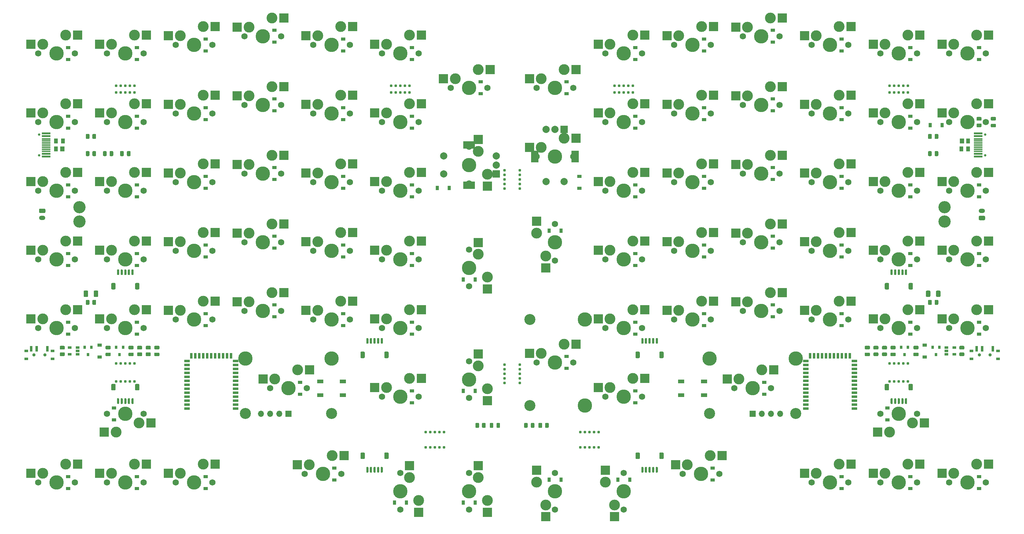
<source format=gbs>
G04 #@! TF.GenerationSoftware,KiCad,Pcbnew,(5.1.10-1-10_14)*
G04 #@! TF.CreationDate,2021-09-12T14:18:21+10:00*
G04 #@! TF.ProjectId,pcb,7063622e-6b69-4636-9164-5f7063625858,rev?*
G04 #@! TF.SameCoordinates,Original*
G04 #@! TF.FileFunction,Soldermask,Bot*
G04 #@! TF.FilePolarity,Negative*
%FSLAX46Y46*%
G04 Gerber Fmt 4.6, Leading zero omitted, Abs format (unit mm)*
G04 Created by KiCad (PCBNEW (5.1.10-1-10_14)) date 2021-09-12 14:18:21*
%MOMM*%
%LPD*%
G01*
G04 APERTURE LIST*
%ADD10O,3.400000X3.400000*%
%ADD11C,3.000000*%
%ADD12C,3.987800*%
%ADD13C,1.750000*%
%ADD14R,2.500000X2.550000*%
%ADD15R,1.700000X1.000000*%
%ADD16R,2.550000X2.500000*%
%ADD17C,3.048000*%
%ADD18R,1.524000X0.700000*%
%ADD19R,0.700000X1.524000*%
%ADD20O,1.750000X1.200000*%
%ADD21O,1.700000X1.700000*%
%ADD22R,1.700000X1.700000*%
%ADD23C,0.787400*%
%ADD24R,1.200000X0.900000*%
%ADD25C,2.000000*%
%ADD26R,2.000000X3.200000*%
%ADD27R,2.000000X2.000000*%
%ADD28R,3.200000X2.000000*%
%ADD29R,2.450000X0.600000*%
%ADD30R,2.450000X0.300000*%
%ADD31C,0.650000*%
%ADD32R,0.800000X0.900000*%
%ADD33R,1.060000X0.650000*%
%ADD34R,1.000000X0.800000*%
%ADD35R,0.700000X1.500000*%
%ADD36C,0.900000*%
%ADD37R,0.900000X1.200000*%
%ADD38R,1.000000X1.400000*%
%ADD39R,1.200000X1.400000*%
G04 APERTURE END LIST*
D10*
X246062500Y-46656250D03*
X246062500Y-42656250D03*
X6350000Y-42656250D03*
X6350000Y-46656250D03*
D11*
X119380000Y-93027500D03*
D12*
X114300000Y-90487500D03*
D11*
X116840000Y-86677500D03*
D13*
X114300000Y-85407500D03*
X114300000Y-95567500D03*
D14*
X116840000Y-83402500D03*
X119380000Y-96329500D03*
D15*
X79350000Y-90968750D03*
X73050000Y-90968750D03*
X79350000Y-94768750D03*
X73050000Y-94768750D03*
D16*
X5842000Y-113982500D03*
X-7085000Y-116522500D03*
D13*
X5080000Y-119062500D03*
X-5080000Y-119062500D03*
D11*
X-3810000Y-116522500D03*
D12*
X0Y-119062500D03*
D11*
X2540000Y-113982500D03*
D16*
X163004500Y-52070000D03*
X150077500Y-54610000D03*
D13*
X162242500Y-57150000D03*
X152082500Y-57150000D03*
D11*
X153352500Y-54610000D03*
D12*
X157162500Y-57150000D03*
D11*
X159702500Y-52070000D03*
X140652500Y-80645000D03*
D12*
X138112500Y-85725000D03*
D11*
X134302500Y-83185000D03*
D13*
X133032500Y-85725000D03*
X143192500Y-85725000D03*
D16*
X131027500Y-83185000D03*
X143954500Y-80645000D03*
D17*
X131127500Y-73787000D03*
D12*
X146367500Y-73787000D03*
X146367500Y-97663000D03*
D17*
X131127500Y-97663000D03*
D18*
X221062500Y-98568750D03*
X221062500Y-97468750D03*
X221062500Y-96368750D03*
X221062500Y-95268750D03*
X221062500Y-94168750D03*
X221062500Y-93068750D03*
X221062500Y-91968750D03*
X221062500Y-90868750D03*
X221062500Y-89768750D03*
X221062500Y-88668750D03*
X221062500Y-87568750D03*
X221062500Y-86468750D03*
X221062500Y-85368750D03*
D19*
X219812500Y-83868750D03*
X218712500Y-83868750D03*
X217612500Y-83868750D03*
X216512500Y-83868750D03*
X215412500Y-83868750D03*
X214312500Y-83868750D03*
X213212500Y-83868750D03*
X212112500Y-83868750D03*
X211012500Y-83868750D03*
X209912500Y-83868750D03*
X208812500Y-83868750D03*
D18*
X207562500Y-85368750D03*
X207562500Y-86468750D03*
X207562500Y-87568750D03*
X207562500Y-88668750D03*
X207562500Y-89768750D03*
X207562500Y-90868750D03*
X207562500Y-91968750D03*
X207562500Y-93068750D03*
X207562500Y-94168750D03*
X207562500Y-95268750D03*
X207562500Y-96368750D03*
X207562500Y-97468750D03*
X207562500Y-98568750D03*
D16*
X43942000Y-68738750D03*
X31015000Y-71278750D03*
D13*
X43180000Y-73818750D03*
X33020000Y-73818750D03*
D11*
X34290000Y-71278750D03*
D12*
X38100000Y-73818750D03*
D11*
X40640000Y-68738750D03*
D20*
X256381250Y-43656250D03*
G36*
G01*
X257006251Y-46256250D02*
X255756249Y-46256250D01*
G75*
G02*
X255506250Y-46006251I0J249999D01*
G01*
X255506250Y-45306249D01*
G75*
G02*
X255756249Y-45056250I249999J0D01*
G01*
X257006251Y-45056250D01*
G75*
G02*
X257256250Y-45306249I0J-249999D01*
G01*
X257256250Y-46006251D01*
G75*
G02*
X257006251Y-46256250I-249999J0D01*
G01*
G37*
X-3968750Y-45656250D03*
G36*
G01*
X-4593751Y-43056250D02*
X-3343749Y-43056250D01*
G75*
G02*
X-3093750Y-43306249I0J-249999D01*
G01*
X-3093750Y-44006251D01*
G75*
G02*
X-3343749Y-44256250I-249999J0D01*
G01*
X-4593751Y-44256250D01*
G75*
G02*
X-4843750Y-44006251I0J249999D01*
G01*
X-4843750Y-43306249D01*
G75*
G02*
X-4593751Y-43056250I249999J0D01*
G01*
G37*
D21*
X200501250Y-100012500D03*
X197961250Y-100012500D03*
X195421250Y-100012500D03*
D22*
X192881250Y-100012500D03*
D23*
X97790000Y-8985250D03*
X96520000Y-8985250D03*
X92710000Y-8985250D03*
X93980000Y-8985250D03*
X95250000Y-8985250D03*
X92710000Y-10858500D03*
X93980000Y-10858500D03*
X97790000Y-10858500D03*
X96520000Y-10858500D03*
X95250000Y-10858500D03*
D16*
X5842000Y5080000D03*
X-7085000Y2540000D03*
D13*
X5080000Y0D03*
X-5080000Y0D03*
D11*
X-3810000Y2540000D03*
D12*
X0Y0D03*
D11*
X2540000Y5080000D03*
D23*
X19050000Y-8985250D03*
X17780000Y-8985250D03*
X16510000Y-8985250D03*
X20320000Y-8985250D03*
X21590000Y-8985250D03*
D16*
X24892000Y-13970000D03*
X11965000Y-16510000D03*
D13*
X24130000Y-19050000D03*
X13970000Y-19050000D03*
D11*
X15240000Y-16510000D03*
D12*
X19050000Y-19050000D03*
D11*
X21590000Y-13970000D03*
D16*
X182054500Y7461250D03*
X169127500Y4921250D03*
D13*
X181292500Y2381250D03*
X171132500Y2381250D03*
D11*
X172402500Y4921250D03*
D12*
X176212500Y2381250D03*
D11*
X178752500Y7461250D03*
D23*
X233362500Y-10858500D03*
X234632500Y-10858500D03*
X235902500Y-10858500D03*
X232092500Y-10858500D03*
X230822500Y-10858500D03*
D16*
X220154500Y-68738750D03*
X207227500Y-71278750D03*
D13*
X219392500Y-73818750D03*
X209232500Y-73818750D03*
D11*
X210502500Y-71278750D03*
D12*
X214312500Y-73818750D03*
D11*
X216852500Y-68738750D03*
D16*
X258254500Y-71120000D03*
X245327500Y-73660000D03*
D13*
X257492500Y-76200000D03*
X247332500Y-76200000D03*
D11*
X248602500Y-73660000D03*
D12*
X252412500Y-76200000D03*
D11*
X254952500Y-71120000D03*
D24*
X11906250Y-80900000D03*
X11906250Y-84200000D03*
D18*
X49612500Y-98568750D03*
X49612500Y-97468750D03*
X49612500Y-96368750D03*
X49612500Y-95268750D03*
X49612500Y-94168750D03*
X49612500Y-93068750D03*
X49612500Y-91968750D03*
X49612500Y-90868750D03*
X49612500Y-89768750D03*
X49612500Y-88668750D03*
X49612500Y-87568750D03*
X49612500Y-86468750D03*
X49612500Y-85368750D03*
D19*
X48362500Y-83868750D03*
X47262500Y-83868750D03*
X46162500Y-83868750D03*
X45062500Y-83868750D03*
X43962500Y-83868750D03*
X42862500Y-83868750D03*
X41762500Y-83868750D03*
X40662500Y-83868750D03*
X39562500Y-83868750D03*
X38462500Y-83868750D03*
X37362500Y-83868750D03*
D18*
X36112500Y-85368750D03*
X36112500Y-86468750D03*
X36112500Y-87568750D03*
X36112500Y-88668750D03*
X36112500Y-89768750D03*
X36112500Y-90868750D03*
X36112500Y-91968750D03*
X36112500Y-93068750D03*
X36112500Y-94168750D03*
X36112500Y-95268750D03*
X36112500Y-96368750D03*
X36112500Y-97468750D03*
X36112500Y-98568750D03*
D16*
X227520500Y-105092500D03*
X240447500Y-102552500D03*
D13*
X228282500Y-100012500D03*
X238442500Y-100012500D03*
D11*
X237172500Y-102552500D03*
D12*
X233362500Y-100012500D03*
D11*
X230822500Y-105092500D03*
D16*
X220154500Y-113982500D03*
X207227500Y-116522500D03*
D13*
X219392500Y-119062500D03*
X209232500Y-119062500D03*
D11*
X210502500Y-116522500D03*
D12*
X214312500Y-119062500D03*
D11*
X216852500Y-113982500D03*
D16*
X258254500Y-113982500D03*
X245327500Y-116522500D03*
D13*
X257492500Y-119062500D03*
X247332500Y-119062500D03*
D11*
X248602500Y-116522500D03*
D12*
X252412500Y-119062500D03*
D11*
X254952500Y-113982500D03*
D23*
X19050000Y-85979000D03*
X17780000Y-85979000D03*
X16510000Y-85979000D03*
X20320000Y-85979000D03*
X21590000Y-85979000D03*
X19050000Y-91027250D03*
X20320000Y-91027250D03*
X21590000Y-91027250D03*
X17780000Y-91027250D03*
X16510000Y-91027250D03*
G36*
G01*
X229843751Y-82150000D02*
X228943749Y-82150000D01*
G75*
G02*
X228693750Y-81900001I0J249999D01*
G01*
X228693750Y-81374999D01*
G75*
G02*
X228943749Y-81125000I249999J0D01*
G01*
X229843751Y-81125000D01*
G75*
G02*
X230093750Y-81374999I0J-249999D01*
G01*
X230093750Y-81900001D01*
G75*
G02*
X229843751Y-82150000I-249999J0D01*
G01*
G37*
G36*
G01*
X229843751Y-83975000D02*
X228943749Y-83975000D01*
G75*
G02*
X228693750Y-83725001I0J249999D01*
G01*
X228693750Y-83199999D01*
G75*
G02*
X228943749Y-82950000I249999J0D01*
G01*
X229843751Y-82950000D01*
G75*
G02*
X230093750Y-83199999I0J-249999D01*
G01*
X230093750Y-83725001D01*
G75*
G02*
X229843751Y-83975000I-249999J0D01*
G01*
G37*
G36*
G01*
X251275001Y-82150000D02*
X250374999Y-82150000D01*
G75*
G02*
X250125000Y-81900001I0J249999D01*
G01*
X250125000Y-81374999D01*
G75*
G02*
X250374999Y-81125000I249999J0D01*
G01*
X251275001Y-81125000D01*
G75*
G02*
X251525000Y-81374999I0J-249999D01*
G01*
X251525000Y-81900001D01*
G75*
G02*
X251275001Y-82150000I-249999J0D01*
G01*
G37*
G36*
G01*
X251275001Y-83975000D02*
X250374999Y-83975000D01*
G75*
G02*
X250125000Y-83725001I0J249999D01*
G01*
X250125000Y-83199999D01*
G75*
G02*
X250374999Y-82950000I249999J0D01*
G01*
X251275001Y-82950000D01*
G75*
G02*
X251525000Y-83199999I0J-249999D01*
G01*
X251525000Y-83725001D01*
G75*
G02*
X251275001Y-83975000I-249999J0D01*
G01*
G37*
X233362500Y-85979000D03*
X232092500Y-85979000D03*
X230822500Y-85979000D03*
X234632500Y-85979000D03*
X235902500Y-85979000D03*
X233362500Y-91027250D03*
X234632500Y-91027250D03*
X235902500Y-91027250D03*
X232092500Y-91027250D03*
X230822500Y-91027250D03*
D25*
X135612500Y-35575000D03*
X140612500Y-35575000D03*
D26*
X132512500Y-28575000D03*
X143712500Y-28575000D03*
D25*
X135612500Y-21075000D03*
X138112500Y-21075000D03*
D27*
X140612500Y-21075000D03*
D25*
X107300000Y-28456250D03*
X107300000Y-33456250D03*
D28*
X114300000Y-25356250D03*
X114300000Y-36556250D03*
D25*
X121800000Y-28456250D03*
X121800000Y-30956250D03*
D27*
X121800000Y-33456250D03*
G36*
G01*
X161606250Y-82981249D02*
X161606250Y-84281251D01*
G75*
G02*
X161356251Y-84531250I-249999J0D01*
G01*
X160656249Y-84531250D01*
G75*
G02*
X160406250Y-84281251I0J249999D01*
G01*
X160406250Y-82981249D01*
G75*
G02*
X160656249Y-82731250I249999J0D01*
G01*
X161356251Y-82731250D01*
G75*
G02*
X161606250Y-82981249I0J-249999D01*
G01*
G37*
G36*
G01*
X168206250Y-82981249D02*
X168206250Y-84281251D01*
G75*
G02*
X167956251Y-84531250I-249999J0D01*
G01*
X167256249Y-84531250D01*
G75*
G02*
X167006250Y-84281251I0J249999D01*
G01*
X167006250Y-82981249D01*
G75*
G02*
X167256249Y-82731250I249999J0D01*
G01*
X167956251Y-82731250D01*
G75*
G02*
X168206250Y-82981249I0J-249999D01*
G01*
G37*
G36*
G01*
X162606250Y-79131250D02*
X162606250Y-80381250D01*
G75*
G02*
X162456250Y-80531250I-150000J0D01*
G01*
X162156250Y-80531250D01*
G75*
G02*
X162006250Y-80381250I0J150000D01*
G01*
X162006250Y-79131250D01*
G75*
G02*
X162156250Y-78981250I150000J0D01*
G01*
X162456250Y-78981250D01*
G75*
G02*
X162606250Y-79131250I0J-150000D01*
G01*
G37*
G36*
G01*
X163606250Y-79131250D02*
X163606250Y-80381250D01*
G75*
G02*
X163456250Y-80531250I-150000J0D01*
G01*
X163156250Y-80531250D01*
G75*
G02*
X163006250Y-80381250I0J150000D01*
G01*
X163006250Y-79131250D01*
G75*
G02*
X163156250Y-78981250I150000J0D01*
G01*
X163456250Y-78981250D01*
G75*
G02*
X163606250Y-79131250I0J-150000D01*
G01*
G37*
G36*
G01*
X164606250Y-79131250D02*
X164606250Y-80381250D01*
G75*
G02*
X164456250Y-80531250I-150000J0D01*
G01*
X164156250Y-80531250D01*
G75*
G02*
X164006250Y-80381250I0J150000D01*
G01*
X164006250Y-79131250D01*
G75*
G02*
X164156250Y-78981250I150000J0D01*
G01*
X164456250Y-78981250D01*
G75*
G02*
X164606250Y-79131250I0J-150000D01*
G01*
G37*
G36*
G01*
X165606250Y-79131250D02*
X165606250Y-80381250D01*
G75*
G02*
X165456250Y-80531250I-150000J0D01*
G01*
X165156250Y-80531250D01*
G75*
G02*
X165006250Y-80381250I0J150000D01*
G01*
X165006250Y-79131250D01*
G75*
G02*
X165156250Y-78981250I150000J0D01*
G01*
X165456250Y-78981250D01*
G75*
G02*
X165606250Y-79131250I0J-150000D01*
G01*
G37*
G36*
G01*
X166606250Y-79131250D02*
X166606250Y-80381250D01*
G75*
G02*
X166456250Y-80531250I-150000J0D01*
G01*
X166156250Y-80531250D01*
G75*
G02*
X166006250Y-80381250I0J150000D01*
G01*
X166006250Y-79131250D01*
G75*
G02*
X166156250Y-78981250I150000J0D01*
G01*
X166456250Y-78981250D01*
G75*
G02*
X166606250Y-79131250I0J-150000D01*
G01*
G37*
G36*
G01*
X167006250Y-112281251D02*
X167006250Y-110981249D01*
G75*
G02*
X167256249Y-110731250I249999J0D01*
G01*
X167956251Y-110731250D01*
G75*
G02*
X168206250Y-110981249I0J-249999D01*
G01*
X168206250Y-112281251D01*
G75*
G02*
X167956251Y-112531250I-249999J0D01*
G01*
X167256249Y-112531250D01*
G75*
G02*
X167006250Y-112281251I0J249999D01*
G01*
G37*
G36*
G01*
X160406250Y-112281251D02*
X160406250Y-110981249D01*
G75*
G02*
X160656249Y-110731250I249999J0D01*
G01*
X161356251Y-110731250D01*
G75*
G02*
X161606250Y-110981249I0J-249999D01*
G01*
X161606250Y-112281251D01*
G75*
G02*
X161356251Y-112531250I-249999J0D01*
G01*
X160656249Y-112531250D01*
G75*
G02*
X160406250Y-112281251I0J249999D01*
G01*
G37*
G36*
G01*
X166006250Y-116131250D02*
X166006250Y-114881250D01*
G75*
G02*
X166156250Y-114731250I150000J0D01*
G01*
X166456250Y-114731250D01*
G75*
G02*
X166606250Y-114881250I0J-150000D01*
G01*
X166606250Y-116131250D01*
G75*
G02*
X166456250Y-116281250I-150000J0D01*
G01*
X166156250Y-116281250D01*
G75*
G02*
X166006250Y-116131250I0J150000D01*
G01*
G37*
G36*
G01*
X165006250Y-116131250D02*
X165006250Y-114881250D01*
G75*
G02*
X165156250Y-114731250I150000J0D01*
G01*
X165456250Y-114731250D01*
G75*
G02*
X165606250Y-114881250I0J-150000D01*
G01*
X165606250Y-116131250D01*
G75*
G02*
X165456250Y-116281250I-150000J0D01*
G01*
X165156250Y-116281250D01*
G75*
G02*
X165006250Y-116131250I0J150000D01*
G01*
G37*
G36*
G01*
X164006250Y-116131250D02*
X164006250Y-114881250D01*
G75*
G02*
X164156250Y-114731250I150000J0D01*
G01*
X164456250Y-114731250D01*
G75*
G02*
X164606250Y-114881250I0J-150000D01*
G01*
X164606250Y-116131250D01*
G75*
G02*
X164456250Y-116281250I-150000J0D01*
G01*
X164156250Y-116281250D01*
G75*
G02*
X164006250Y-116131250I0J150000D01*
G01*
G37*
G36*
G01*
X163006250Y-116131250D02*
X163006250Y-114881250D01*
G75*
G02*
X163156250Y-114731250I150000J0D01*
G01*
X163456250Y-114731250D01*
G75*
G02*
X163606250Y-114881250I0J-150000D01*
G01*
X163606250Y-116131250D01*
G75*
G02*
X163456250Y-116281250I-150000J0D01*
G01*
X163156250Y-116281250D01*
G75*
G02*
X163006250Y-116131250I0J150000D01*
G01*
G37*
G36*
G01*
X162006250Y-116131250D02*
X162006250Y-114881250D01*
G75*
G02*
X162156250Y-114731250I150000J0D01*
G01*
X162456250Y-114731250D01*
G75*
G02*
X162606250Y-114881250I0J-150000D01*
G01*
X162606250Y-116131250D01*
G75*
G02*
X162456250Y-116281250I-150000J0D01*
G01*
X162156250Y-116281250D01*
G75*
G02*
X162006250Y-116131250I0J150000D01*
G01*
G37*
G36*
G01*
X236062500Y-93231251D02*
X236062500Y-91931249D01*
G75*
G02*
X236312499Y-91681250I249999J0D01*
G01*
X237012501Y-91681250D01*
G75*
G02*
X237262500Y-91931249I0J-249999D01*
G01*
X237262500Y-93231251D01*
G75*
G02*
X237012501Y-93481250I-249999J0D01*
G01*
X236312499Y-93481250D01*
G75*
G02*
X236062500Y-93231251I0J249999D01*
G01*
G37*
G36*
G01*
X229462500Y-93231251D02*
X229462500Y-91931249D01*
G75*
G02*
X229712499Y-91681250I249999J0D01*
G01*
X230412501Y-91681250D01*
G75*
G02*
X230662500Y-91931249I0J-249999D01*
G01*
X230662500Y-93231251D01*
G75*
G02*
X230412501Y-93481250I-249999J0D01*
G01*
X229712499Y-93481250D01*
G75*
G02*
X229462500Y-93231251I0J249999D01*
G01*
G37*
G36*
G01*
X235062500Y-97081250D02*
X235062500Y-95831250D01*
G75*
G02*
X235212500Y-95681250I150000J0D01*
G01*
X235512500Y-95681250D01*
G75*
G02*
X235662500Y-95831250I0J-150000D01*
G01*
X235662500Y-97081250D01*
G75*
G02*
X235512500Y-97231250I-150000J0D01*
G01*
X235212500Y-97231250D01*
G75*
G02*
X235062500Y-97081250I0J150000D01*
G01*
G37*
G36*
G01*
X234062500Y-97081250D02*
X234062500Y-95831250D01*
G75*
G02*
X234212500Y-95681250I150000J0D01*
G01*
X234512500Y-95681250D01*
G75*
G02*
X234662500Y-95831250I0J-150000D01*
G01*
X234662500Y-97081250D01*
G75*
G02*
X234512500Y-97231250I-150000J0D01*
G01*
X234212500Y-97231250D01*
G75*
G02*
X234062500Y-97081250I0J150000D01*
G01*
G37*
G36*
G01*
X233062500Y-97081250D02*
X233062500Y-95831250D01*
G75*
G02*
X233212500Y-95681250I150000J0D01*
G01*
X233512500Y-95681250D01*
G75*
G02*
X233662500Y-95831250I0J-150000D01*
G01*
X233662500Y-97081250D01*
G75*
G02*
X233512500Y-97231250I-150000J0D01*
G01*
X233212500Y-97231250D01*
G75*
G02*
X233062500Y-97081250I0J150000D01*
G01*
G37*
G36*
G01*
X232062500Y-97081250D02*
X232062500Y-95831250D01*
G75*
G02*
X232212500Y-95681250I150000J0D01*
G01*
X232512500Y-95681250D01*
G75*
G02*
X232662500Y-95831250I0J-150000D01*
G01*
X232662500Y-97081250D01*
G75*
G02*
X232512500Y-97231250I-150000J0D01*
G01*
X232212500Y-97231250D01*
G75*
G02*
X232062500Y-97081250I0J150000D01*
G01*
G37*
G36*
G01*
X231062500Y-97081250D02*
X231062500Y-95831250D01*
G75*
G02*
X231212500Y-95681250I150000J0D01*
G01*
X231512500Y-95681250D01*
G75*
G02*
X231662500Y-95831250I0J-150000D01*
G01*
X231662500Y-97081250D01*
G75*
G02*
X231512500Y-97231250I-150000J0D01*
G01*
X231212500Y-97231250D01*
G75*
G02*
X231062500Y-97081250I0J150000D01*
G01*
G37*
G36*
G01*
X230662500Y-63931249D02*
X230662500Y-65231251D01*
G75*
G02*
X230412501Y-65481250I-249999J0D01*
G01*
X229712499Y-65481250D01*
G75*
G02*
X229462500Y-65231251I0J249999D01*
G01*
X229462500Y-63931249D01*
G75*
G02*
X229712499Y-63681250I249999J0D01*
G01*
X230412501Y-63681250D01*
G75*
G02*
X230662500Y-63931249I0J-249999D01*
G01*
G37*
G36*
G01*
X237262500Y-63931249D02*
X237262500Y-65231251D01*
G75*
G02*
X237012501Y-65481250I-249999J0D01*
G01*
X236312499Y-65481250D01*
G75*
G02*
X236062500Y-65231251I0J249999D01*
G01*
X236062500Y-63931249D01*
G75*
G02*
X236312499Y-63681250I249999J0D01*
G01*
X237012501Y-63681250D01*
G75*
G02*
X237262500Y-63931249I0J-249999D01*
G01*
G37*
G36*
G01*
X231662500Y-60081250D02*
X231662500Y-61331250D01*
G75*
G02*
X231512500Y-61481250I-150000J0D01*
G01*
X231212500Y-61481250D01*
G75*
G02*
X231062500Y-61331250I0J150000D01*
G01*
X231062500Y-60081250D01*
G75*
G02*
X231212500Y-59931250I150000J0D01*
G01*
X231512500Y-59931250D01*
G75*
G02*
X231662500Y-60081250I0J-150000D01*
G01*
G37*
G36*
G01*
X232662500Y-60081250D02*
X232662500Y-61331250D01*
G75*
G02*
X232512500Y-61481250I-150000J0D01*
G01*
X232212500Y-61481250D01*
G75*
G02*
X232062500Y-61331250I0J150000D01*
G01*
X232062500Y-60081250D01*
G75*
G02*
X232212500Y-59931250I150000J0D01*
G01*
X232512500Y-59931250D01*
G75*
G02*
X232662500Y-60081250I0J-150000D01*
G01*
G37*
G36*
G01*
X233662500Y-60081250D02*
X233662500Y-61331250D01*
G75*
G02*
X233512500Y-61481250I-150000J0D01*
G01*
X233212500Y-61481250D01*
G75*
G02*
X233062500Y-61331250I0J150000D01*
G01*
X233062500Y-60081250D01*
G75*
G02*
X233212500Y-59931250I150000J0D01*
G01*
X233512500Y-59931250D01*
G75*
G02*
X233662500Y-60081250I0J-150000D01*
G01*
G37*
G36*
G01*
X234662500Y-60081250D02*
X234662500Y-61331250D01*
G75*
G02*
X234512500Y-61481250I-150000J0D01*
G01*
X234212500Y-61481250D01*
G75*
G02*
X234062500Y-61331250I0J150000D01*
G01*
X234062500Y-60081250D01*
G75*
G02*
X234212500Y-59931250I150000J0D01*
G01*
X234512500Y-59931250D01*
G75*
G02*
X234662500Y-60081250I0J-150000D01*
G01*
G37*
G36*
G01*
X235662500Y-60081250D02*
X235662500Y-61331250D01*
G75*
G02*
X235512500Y-61481250I-150000J0D01*
G01*
X235212500Y-61481250D01*
G75*
G02*
X235062500Y-61331250I0J150000D01*
G01*
X235062500Y-60081250D01*
G75*
G02*
X235212500Y-59931250I150000J0D01*
G01*
X235512500Y-59931250D01*
G75*
G02*
X235662500Y-60081250I0J-150000D01*
G01*
G37*
G36*
G01*
X90806250Y-112281251D02*
X90806250Y-110981249D01*
G75*
G02*
X91056249Y-110731250I249999J0D01*
G01*
X91756251Y-110731250D01*
G75*
G02*
X92006250Y-110981249I0J-249999D01*
G01*
X92006250Y-112281251D01*
G75*
G02*
X91756251Y-112531250I-249999J0D01*
G01*
X91056249Y-112531250D01*
G75*
G02*
X90806250Y-112281251I0J249999D01*
G01*
G37*
G36*
G01*
X84206250Y-112281251D02*
X84206250Y-110981249D01*
G75*
G02*
X84456249Y-110731250I249999J0D01*
G01*
X85156251Y-110731250D01*
G75*
G02*
X85406250Y-110981249I0J-249999D01*
G01*
X85406250Y-112281251D01*
G75*
G02*
X85156251Y-112531250I-249999J0D01*
G01*
X84456249Y-112531250D01*
G75*
G02*
X84206250Y-112281251I0J249999D01*
G01*
G37*
G36*
G01*
X89806250Y-116131250D02*
X89806250Y-114881250D01*
G75*
G02*
X89956250Y-114731250I150000J0D01*
G01*
X90256250Y-114731250D01*
G75*
G02*
X90406250Y-114881250I0J-150000D01*
G01*
X90406250Y-116131250D01*
G75*
G02*
X90256250Y-116281250I-150000J0D01*
G01*
X89956250Y-116281250D01*
G75*
G02*
X89806250Y-116131250I0J150000D01*
G01*
G37*
G36*
G01*
X88806250Y-116131250D02*
X88806250Y-114881250D01*
G75*
G02*
X88956250Y-114731250I150000J0D01*
G01*
X89256250Y-114731250D01*
G75*
G02*
X89406250Y-114881250I0J-150000D01*
G01*
X89406250Y-116131250D01*
G75*
G02*
X89256250Y-116281250I-150000J0D01*
G01*
X88956250Y-116281250D01*
G75*
G02*
X88806250Y-116131250I0J150000D01*
G01*
G37*
G36*
G01*
X87806250Y-116131250D02*
X87806250Y-114881250D01*
G75*
G02*
X87956250Y-114731250I150000J0D01*
G01*
X88256250Y-114731250D01*
G75*
G02*
X88406250Y-114881250I0J-150000D01*
G01*
X88406250Y-116131250D01*
G75*
G02*
X88256250Y-116281250I-150000J0D01*
G01*
X87956250Y-116281250D01*
G75*
G02*
X87806250Y-116131250I0J150000D01*
G01*
G37*
G36*
G01*
X86806250Y-116131250D02*
X86806250Y-114881250D01*
G75*
G02*
X86956250Y-114731250I150000J0D01*
G01*
X87256250Y-114731250D01*
G75*
G02*
X87406250Y-114881250I0J-150000D01*
G01*
X87406250Y-116131250D01*
G75*
G02*
X87256250Y-116281250I-150000J0D01*
G01*
X86956250Y-116281250D01*
G75*
G02*
X86806250Y-116131250I0J150000D01*
G01*
G37*
G36*
G01*
X85806250Y-116131250D02*
X85806250Y-114881250D01*
G75*
G02*
X85956250Y-114731250I150000J0D01*
G01*
X86256250Y-114731250D01*
G75*
G02*
X86406250Y-114881250I0J-150000D01*
G01*
X86406250Y-116131250D01*
G75*
G02*
X86256250Y-116281250I-150000J0D01*
G01*
X85956250Y-116281250D01*
G75*
G02*
X85806250Y-116131250I0J150000D01*
G01*
G37*
G36*
G01*
X85406250Y-82981249D02*
X85406250Y-84281251D01*
G75*
G02*
X85156251Y-84531250I-249999J0D01*
G01*
X84456249Y-84531250D01*
G75*
G02*
X84206250Y-84281251I0J249999D01*
G01*
X84206250Y-82981249D01*
G75*
G02*
X84456249Y-82731250I249999J0D01*
G01*
X85156251Y-82731250D01*
G75*
G02*
X85406250Y-82981249I0J-249999D01*
G01*
G37*
G36*
G01*
X92006250Y-82981249D02*
X92006250Y-84281251D01*
G75*
G02*
X91756251Y-84531250I-249999J0D01*
G01*
X91056249Y-84531250D01*
G75*
G02*
X90806250Y-84281251I0J249999D01*
G01*
X90806250Y-82981249D01*
G75*
G02*
X91056249Y-82731250I249999J0D01*
G01*
X91756251Y-82731250D01*
G75*
G02*
X92006250Y-82981249I0J-249999D01*
G01*
G37*
G36*
G01*
X86406250Y-79131250D02*
X86406250Y-80381250D01*
G75*
G02*
X86256250Y-80531250I-150000J0D01*
G01*
X85956250Y-80531250D01*
G75*
G02*
X85806250Y-80381250I0J150000D01*
G01*
X85806250Y-79131250D01*
G75*
G02*
X85956250Y-78981250I150000J0D01*
G01*
X86256250Y-78981250D01*
G75*
G02*
X86406250Y-79131250I0J-150000D01*
G01*
G37*
G36*
G01*
X87406250Y-79131250D02*
X87406250Y-80381250D01*
G75*
G02*
X87256250Y-80531250I-150000J0D01*
G01*
X86956250Y-80531250D01*
G75*
G02*
X86806250Y-80381250I0J150000D01*
G01*
X86806250Y-79131250D01*
G75*
G02*
X86956250Y-78981250I150000J0D01*
G01*
X87256250Y-78981250D01*
G75*
G02*
X87406250Y-79131250I0J-150000D01*
G01*
G37*
G36*
G01*
X88406250Y-79131250D02*
X88406250Y-80381250D01*
G75*
G02*
X88256250Y-80531250I-150000J0D01*
G01*
X87956250Y-80531250D01*
G75*
G02*
X87806250Y-80381250I0J150000D01*
G01*
X87806250Y-79131250D01*
G75*
G02*
X87956250Y-78981250I150000J0D01*
G01*
X88256250Y-78981250D01*
G75*
G02*
X88406250Y-79131250I0J-150000D01*
G01*
G37*
G36*
G01*
X89406250Y-79131250D02*
X89406250Y-80381250D01*
G75*
G02*
X89256250Y-80531250I-150000J0D01*
G01*
X88956250Y-80531250D01*
G75*
G02*
X88806250Y-80381250I0J150000D01*
G01*
X88806250Y-79131250D01*
G75*
G02*
X88956250Y-78981250I150000J0D01*
G01*
X89256250Y-78981250D01*
G75*
G02*
X89406250Y-79131250I0J-150000D01*
G01*
G37*
G36*
G01*
X90406250Y-79131250D02*
X90406250Y-80381250D01*
G75*
G02*
X90256250Y-80531250I-150000J0D01*
G01*
X89956250Y-80531250D01*
G75*
G02*
X89806250Y-80381250I0J150000D01*
G01*
X89806250Y-79131250D01*
G75*
G02*
X89956250Y-78981250I150000J0D01*
G01*
X90256250Y-78981250D01*
G75*
G02*
X90406250Y-79131250I0J-150000D01*
G01*
G37*
G36*
G01*
X16350000Y-63931249D02*
X16350000Y-65231251D01*
G75*
G02*
X16100001Y-65481250I-249999J0D01*
G01*
X15399999Y-65481250D01*
G75*
G02*
X15150000Y-65231251I0J249999D01*
G01*
X15150000Y-63931249D01*
G75*
G02*
X15399999Y-63681250I249999J0D01*
G01*
X16100001Y-63681250D01*
G75*
G02*
X16350000Y-63931249I0J-249999D01*
G01*
G37*
G36*
G01*
X22950000Y-63931249D02*
X22950000Y-65231251D01*
G75*
G02*
X22700001Y-65481250I-249999J0D01*
G01*
X21999999Y-65481250D01*
G75*
G02*
X21750000Y-65231251I0J249999D01*
G01*
X21750000Y-63931249D01*
G75*
G02*
X21999999Y-63681250I249999J0D01*
G01*
X22700001Y-63681250D01*
G75*
G02*
X22950000Y-63931249I0J-249999D01*
G01*
G37*
G36*
G01*
X17350000Y-60081250D02*
X17350000Y-61331250D01*
G75*
G02*
X17200000Y-61481250I-150000J0D01*
G01*
X16900000Y-61481250D01*
G75*
G02*
X16750000Y-61331250I0J150000D01*
G01*
X16750000Y-60081250D01*
G75*
G02*
X16900000Y-59931250I150000J0D01*
G01*
X17200000Y-59931250D01*
G75*
G02*
X17350000Y-60081250I0J-150000D01*
G01*
G37*
G36*
G01*
X18350000Y-60081250D02*
X18350000Y-61331250D01*
G75*
G02*
X18200000Y-61481250I-150000J0D01*
G01*
X17900000Y-61481250D01*
G75*
G02*
X17750000Y-61331250I0J150000D01*
G01*
X17750000Y-60081250D01*
G75*
G02*
X17900000Y-59931250I150000J0D01*
G01*
X18200000Y-59931250D01*
G75*
G02*
X18350000Y-60081250I0J-150000D01*
G01*
G37*
G36*
G01*
X19350000Y-60081250D02*
X19350000Y-61331250D01*
G75*
G02*
X19200000Y-61481250I-150000J0D01*
G01*
X18900000Y-61481250D01*
G75*
G02*
X18750000Y-61331250I0J150000D01*
G01*
X18750000Y-60081250D01*
G75*
G02*
X18900000Y-59931250I150000J0D01*
G01*
X19200000Y-59931250D01*
G75*
G02*
X19350000Y-60081250I0J-150000D01*
G01*
G37*
G36*
G01*
X20350000Y-60081250D02*
X20350000Y-61331250D01*
G75*
G02*
X20200000Y-61481250I-150000J0D01*
G01*
X19900000Y-61481250D01*
G75*
G02*
X19750000Y-61331250I0J150000D01*
G01*
X19750000Y-60081250D01*
G75*
G02*
X19900000Y-59931250I150000J0D01*
G01*
X20200000Y-59931250D01*
G75*
G02*
X20350000Y-60081250I0J-150000D01*
G01*
G37*
G36*
G01*
X21350000Y-60081250D02*
X21350000Y-61331250D01*
G75*
G02*
X21200000Y-61481250I-150000J0D01*
G01*
X20900000Y-61481250D01*
G75*
G02*
X20750000Y-61331250I0J150000D01*
G01*
X20750000Y-60081250D01*
G75*
G02*
X20900000Y-59931250I150000J0D01*
G01*
X21200000Y-59931250D01*
G75*
G02*
X21350000Y-60081250I0J-150000D01*
G01*
G37*
G36*
G01*
X21750000Y-93231251D02*
X21750000Y-91931249D01*
G75*
G02*
X21999999Y-91681250I249999J0D01*
G01*
X22700001Y-91681250D01*
G75*
G02*
X22950000Y-91931249I0J-249999D01*
G01*
X22950000Y-93231251D01*
G75*
G02*
X22700001Y-93481250I-249999J0D01*
G01*
X21999999Y-93481250D01*
G75*
G02*
X21750000Y-93231251I0J249999D01*
G01*
G37*
G36*
G01*
X15150000Y-93231251D02*
X15150000Y-91931249D01*
G75*
G02*
X15399999Y-91681250I249999J0D01*
G01*
X16100001Y-91681250D01*
G75*
G02*
X16350000Y-91931249I0J-249999D01*
G01*
X16350000Y-93231251D01*
G75*
G02*
X16100001Y-93481250I-249999J0D01*
G01*
X15399999Y-93481250D01*
G75*
G02*
X15150000Y-93231251I0J249999D01*
G01*
G37*
G36*
G01*
X20750000Y-97081250D02*
X20750000Y-95831250D01*
G75*
G02*
X20900000Y-95681250I150000J0D01*
G01*
X21200000Y-95681250D01*
G75*
G02*
X21350000Y-95831250I0J-150000D01*
G01*
X21350000Y-97081250D01*
G75*
G02*
X21200000Y-97231250I-150000J0D01*
G01*
X20900000Y-97231250D01*
G75*
G02*
X20750000Y-97081250I0J150000D01*
G01*
G37*
G36*
G01*
X19750000Y-97081250D02*
X19750000Y-95831250D01*
G75*
G02*
X19900000Y-95681250I150000J0D01*
G01*
X20200000Y-95681250D01*
G75*
G02*
X20350000Y-95831250I0J-150000D01*
G01*
X20350000Y-97081250D01*
G75*
G02*
X20200000Y-97231250I-150000J0D01*
G01*
X19900000Y-97231250D01*
G75*
G02*
X19750000Y-97081250I0J150000D01*
G01*
G37*
G36*
G01*
X18750000Y-97081250D02*
X18750000Y-95831250D01*
G75*
G02*
X18900000Y-95681250I150000J0D01*
G01*
X19200000Y-95681250D01*
G75*
G02*
X19350000Y-95831250I0J-150000D01*
G01*
X19350000Y-97081250D01*
G75*
G02*
X19200000Y-97231250I-150000J0D01*
G01*
X18900000Y-97231250D01*
G75*
G02*
X18750000Y-97081250I0J150000D01*
G01*
G37*
G36*
G01*
X17750000Y-97081250D02*
X17750000Y-95831250D01*
G75*
G02*
X17900000Y-95681250I150000J0D01*
G01*
X18200000Y-95681250D01*
G75*
G02*
X18350000Y-95831250I0J-150000D01*
G01*
X18350000Y-97081250D01*
G75*
G02*
X18200000Y-97231250I-150000J0D01*
G01*
X17900000Y-97231250D01*
G75*
G02*
X17750000Y-97081250I0J150000D01*
G01*
G37*
G36*
G01*
X16750000Y-97081250D02*
X16750000Y-95831250D01*
G75*
G02*
X16900000Y-95681250I150000J0D01*
G01*
X17200000Y-95681250D01*
G75*
G02*
X17350000Y-95831250I0J-150000D01*
G01*
X17350000Y-97081250D01*
G75*
G02*
X17200000Y-97231250I-150000J0D01*
G01*
X16900000Y-97231250D01*
G75*
G02*
X16750000Y-97081250I0J150000D01*
G01*
G37*
D23*
X145097500Y-109283500D03*
X146367500Y-109283500D03*
X150177500Y-109283500D03*
X148907500Y-109283500D03*
X147637500Y-109283500D03*
X150177500Y-105029000D03*
X148907500Y-105029000D03*
X145097500Y-105029000D03*
X146367500Y-105029000D03*
X147637500Y-105029000D03*
D16*
X184435750Y-111601250D03*
X171508750Y-114141250D03*
D13*
X183673750Y-116681250D03*
X173513750Y-116681250D03*
D11*
X174783750Y-114141250D03*
D12*
X178593750Y-116681250D03*
D11*
X181133750Y-111601250D03*
D14*
X152082500Y-115601750D03*
X154622500Y-128528750D03*
D13*
X157162500Y-116363750D03*
X157162500Y-126523750D03*
D11*
X154622500Y-125253750D03*
D12*
X157162500Y-121443750D03*
D11*
X152082500Y-118903750D03*
D14*
X133032500Y-115601750D03*
X135572500Y-128528750D03*
D13*
X138112500Y-116363750D03*
X138112500Y-126523750D03*
D11*
X135572500Y-125253750D03*
D12*
X138112500Y-121443750D03*
D11*
X133032500Y-118903750D03*
D23*
X104775000Y-105029000D03*
X103505000Y-105029000D03*
X102235000Y-105029000D03*
X106045000Y-105029000D03*
X107315000Y-105029000D03*
X104775000Y-109283500D03*
X106045000Y-109283500D03*
X107315000Y-109283500D03*
X103505000Y-109283500D03*
X102235000Y-109283500D03*
X235902500Y-8985250D03*
X234632500Y-8985250D03*
X230822500Y-8985250D03*
X232092500Y-8985250D03*
X233362500Y-8985250D03*
X154622500Y-10858500D03*
X155892500Y-10858500D03*
X159702500Y-10858500D03*
X158432500Y-10858500D03*
X157162500Y-10858500D03*
X159702500Y-8985250D03*
X158432500Y-8985250D03*
X154622500Y-8985250D03*
X155892500Y-8985250D03*
X157162500Y-8985250D03*
X16510000Y-10858500D03*
X17780000Y-10858500D03*
X21590000Y-10858500D03*
X20320000Y-10858500D03*
X19050000Y-10858500D03*
X124079000Y-32385000D03*
X124079000Y-33655000D03*
X124079000Y-37465000D03*
X124079000Y-36195000D03*
X124079000Y-34925000D03*
X128333500Y-37465000D03*
X128333500Y-36195000D03*
X128333500Y-32385000D03*
X128333500Y-33655000D03*
X128333500Y-34925000D03*
X128333500Y-91440000D03*
X128333500Y-90170000D03*
X128333500Y-86360000D03*
X128333500Y-87630000D03*
X128333500Y-88900000D03*
X124079000Y-86360000D03*
X124079000Y-87630000D03*
X124079000Y-91440000D03*
X124079000Y-90170000D03*
X124079000Y-88900000D03*
D15*
X179362500Y-90968750D03*
X173062500Y-90968750D03*
X179362500Y-94768750D03*
X173062500Y-94768750D03*
D14*
X119380000Y-127285750D03*
X116840000Y-114358750D03*
D13*
X114300000Y-126523750D03*
X114300000Y-116363750D03*
D11*
X116840000Y-117633750D03*
D12*
X114300000Y-121443750D03*
D11*
X119380000Y-123983750D03*
D14*
X100330000Y-127285750D03*
X97790000Y-114358750D03*
D13*
X95250000Y-126523750D03*
X95250000Y-116363750D03*
D11*
X97790000Y-117633750D03*
D12*
X95250000Y-121443750D03*
D11*
X100330000Y-123983750D03*
D16*
X79660750Y-111601250D03*
X66733750Y-114141250D03*
D13*
X78898750Y-116681250D03*
X68738750Y-116681250D03*
D11*
X70008750Y-114141250D03*
D12*
X73818750Y-116681250D03*
D11*
X76358750Y-111601250D03*
D16*
X120142000Y-4445000D03*
X107215000Y-6985000D03*
D13*
X119380000Y-9525000D03*
X109220000Y-9525000D03*
D11*
X110490000Y-6985000D03*
D12*
X114300000Y-9525000D03*
D11*
X116840000Y-4445000D03*
D24*
X160337500Y-36450000D03*
X160337500Y-39750000D03*
D12*
X180943250Y-84613750D03*
X204819250Y-84613750D03*
D17*
X180943250Y-99853750D03*
X204819250Y-99853750D03*
D16*
X198723250Y-87788750D03*
X185796250Y-90328750D03*
D13*
X197961250Y-92868750D03*
X187801250Y-92868750D03*
D11*
X189071250Y-90328750D03*
D12*
X192881250Y-92868750D03*
D11*
X195421250Y-87788750D03*
D16*
X201104500Y-66357500D03*
X188177500Y-68897500D03*
D13*
X200342500Y-71437500D03*
X190182500Y-71437500D03*
D11*
X191452500Y-68897500D03*
D12*
X195262500Y-71437500D03*
D11*
X197802500Y-66357500D03*
X133032500Y-49847500D03*
D12*
X138112500Y-52387500D03*
D11*
X135572500Y-56197500D03*
D13*
X138112500Y-57467500D03*
X138112500Y-47307500D03*
D14*
X135572500Y-59472500D03*
X133032500Y-46545500D03*
X119380000Y-65373250D03*
X116840000Y-52446250D03*
D13*
X114300000Y-64611250D03*
X114300000Y-54451250D03*
D11*
X116840000Y-55721250D03*
D12*
X114300000Y-59531250D03*
D11*
X119380000Y-62071250D03*
D14*
X119380000Y-36798250D03*
X116840000Y-23871250D03*
D13*
X114300000Y-36036250D03*
X114300000Y-25876250D03*
D11*
X116840000Y-27146250D03*
D12*
X114300000Y-30956250D03*
D11*
X119380000Y-33496250D03*
D12*
X52355750Y-84613750D03*
X76231750Y-84613750D03*
D17*
X52355750Y-99853750D03*
X76231750Y-99853750D03*
D16*
X70135750Y-87788750D03*
X57208750Y-90328750D03*
D13*
X69373750Y-92868750D03*
X59213750Y-92868750D03*
D11*
X60483750Y-90328750D03*
D12*
X64293750Y-92868750D03*
D11*
X66833750Y-87788750D03*
D29*
X255330000Y-28625000D03*
X255330000Y-22175000D03*
X255330000Y-27850000D03*
X255330000Y-22950000D03*
D30*
X255330000Y-23650000D03*
X255330000Y-27150000D03*
X255330000Y-24150000D03*
X255330000Y-26650000D03*
X255330000Y-24650000D03*
X255330000Y-26150000D03*
X255330000Y-25650000D03*
X255330000Y-25150000D03*
D31*
X257275000Y-28290000D03*
X257275000Y-22510000D03*
D29*
X-2917500Y-22175000D03*
X-2917500Y-28625000D03*
X-2917500Y-22950000D03*
X-2917500Y-27850000D03*
D30*
X-2917500Y-27150000D03*
X-2917500Y-23650000D03*
X-2917500Y-26650000D03*
X-2917500Y-24150000D03*
X-2917500Y-26150000D03*
X-2917500Y-24650000D03*
X-2917500Y-25150000D03*
X-2917500Y-25650000D03*
D31*
X-4862500Y-22510000D03*
X-4862500Y-28290000D03*
D32*
X234950000Y-83550000D03*
X235900000Y-81550000D03*
X234000000Y-81550000D03*
D33*
X248750000Y-83500000D03*
X248750000Y-81600000D03*
X246550000Y-81600000D03*
X246550000Y-82550000D03*
X246550000Y-83500000D03*
X3662500Y-81600000D03*
X3662500Y-83500000D03*
X5862500Y-83500000D03*
X5862500Y-82550000D03*
X5862500Y-81600000D03*
D32*
X17462500Y-83550000D03*
X18412500Y-81550000D03*
X16512500Y-81550000D03*
D16*
X258254500Y-52070000D03*
X245327500Y-54610000D03*
D13*
X257492500Y-57150000D03*
X247332500Y-57150000D03*
D11*
X248602500Y-54610000D03*
D12*
X252412500Y-57150000D03*
D11*
X254952500Y-52070000D03*
D16*
X258254500Y-33020000D03*
X245327500Y-35560000D03*
D13*
X257492500Y-38100000D03*
X247332500Y-38100000D03*
D11*
X248602500Y-35560000D03*
D12*
X252412500Y-38100000D03*
D11*
X254952500Y-33020000D03*
D16*
X258254500Y-13970000D03*
X245327500Y-16510000D03*
D13*
X257492500Y-19050000D03*
X247332500Y-19050000D03*
D11*
X248602500Y-16510000D03*
D12*
X252412500Y-19050000D03*
D11*
X254952500Y-13970000D03*
D16*
X258254500Y5080000D03*
X245327500Y2540000D03*
D13*
X257492500Y0D03*
X247332500Y0D03*
D11*
X248602500Y2540000D03*
D12*
X252412500Y0D03*
D11*
X254952500Y5080000D03*
D16*
X239204500Y-71120000D03*
X226277500Y-73660000D03*
D13*
X238442500Y-76200000D03*
X228282500Y-76200000D03*
D11*
X229552500Y-73660000D03*
D12*
X233362500Y-76200000D03*
D11*
X235902500Y-71120000D03*
D16*
X239204500Y-52070000D03*
X226277500Y-54610000D03*
D13*
X238442500Y-57150000D03*
X228282500Y-57150000D03*
D11*
X229552500Y-54610000D03*
D12*
X233362500Y-57150000D03*
D11*
X235902500Y-52070000D03*
D16*
X239204500Y-33020000D03*
X226277500Y-35560000D03*
D13*
X238442500Y-38100000D03*
X228282500Y-38100000D03*
D11*
X229552500Y-35560000D03*
D12*
X233362500Y-38100000D03*
D11*
X235902500Y-33020000D03*
D16*
X239204500Y-13970000D03*
X226277500Y-16510000D03*
D13*
X238442500Y-19050000D03*
X228282500Y-19050000D03*
D11*
X229552500Y-16510000D03*
D12*
X233362500Y-19050000D03*
D11*
X235902500Y-13970000D03*
D16*
X239204500Y5080000D03*
X226277500Y2540000D03*
D13*
X238442500Y0D03*
X228282500Y0D03*
D11*
X229552500Y2540000D03*
D12*
X233362500Y0D03*
D11*
X235902500Y5080000D03*
D16*
X220154500Y-49688750D03*
X207227500Y-52228750D03*
D13*
X219392500Y-54768750D03*
X209232500Y-54768750D03*
D11*
X210502500Y-52228750D03*
D12*
X214312500Y-54768750D03*
D11*
X216852500Y-49688750D03*
D16*
X220154500Y-30638750D03*
X207227500Y-33178750D03*
D13*
X219392500Y-35718750D03*
X209232500Y-35718750D03*
D11*
X210502500Y-33178750D03*
D12*
X214312500Y-35718750D03*
D11*
X216852500Y-30638750D03*
D16*
X220154500Y-11588750D03*
X207227500Y-14128750D03*
D13*
X219392500Y-16668750D03*
X209232500Y-16668750D03*
D11*
X210502500Y-14128750D03*
D12*
X214312500Y-16668750D03*
D11*
X216852500Y-11588750D03*
D16*
X220154500Y7461250D03*
X207227500Y4921250D03*
D13*
X219392500Y2381250D03*
X209232500Y2381250D03*
D11*
X210502500Y4921250D03*
D12*
X214312500Y2381250D03*
D11*
X216852500Y7461250D03*
D16*
X201104500Y-47307500D03*
X188177500Y-49847500D03*
D13*
X200342500Y-52387500D03*
X190182500Y-52387500D03*
D11*
X191452500Y-49847500D03*
D12*
X195262500Y-52387500D03*
D11*
X197802500Y-47307500D03*
D16*
X201104500Y-28257500D03*
X188177500Y-30797500D03*
D13*
X200342500Y-33337500D03*
X190182500Y-33337500D03*
D11*
X191452500Y-30797500D03*
D12*
X195262500Y-33337500D03*
D11*
X197802500Y-28257500D03*
D16*
X201104500Y-9207500D03*
X188177500Y-11747500D03*
D13*
X200342500Y-14287500D03*
X190182500Y-14287500D03*
D11*
X191452500Y-11747500D03*
D12*
X195262500Y-14287500D03*
D11*
X197802500Y-9207500D03*
D16*
X201104500Y9842500D03*
X188177500Y7302500D03*
D13*
X200342500Y4762500D03*
X190182500Y4762500D03*
D11*
X191452500Y7302500D03*
D12*
X195262500Y4762500D03*
D11*
X197802500Y9842500D03*
D16*
X182054500Y-68738750D03*
X169127500Y-71278750D03*
D13*
X181292500Y-73818750D03*
X171132500Y-73818750D03*
D11*
X172402500Y-71278750D03*
D12*
X176212500Y-73818750D03*
D11*
X178752500Y-68738750D03*
D16*
X182054500Y-49688750D03*
X169127500Y-52228750D03*
D13*
X181292500Y-54768750D03*
X171132500Y-54768750D03*
D11*
X172402500Y-52228750D03*
D12*
X176212500Y-54768750D03*
D11*
X178752500Y-49688750D03*
D16*
X182054500Y-30638750D03*
X169127500Y-33178750D03*
D13*
X181292500Y-35718750D03*
X171132500Y-35718750D03*
D11*
X172402500Y-33178750D03*
D12*
X176212500Y-35718750D03*
D11*
X178752500Y-30638750D03*
D16*
X182054500Y-11588750D03*
X169127500Y-14128750D03*
D13*
X181292500Y-16668750D03*
X171132500Y-16668750D03*
D11*
X172402500Y-14128750D03*
D12*
X176212500Y-16668750D03*
D11*
X178752500Y-11588750D03*
D16*
X239204500Y-113982500D03*
X226277500Y-116522500D03*
D13*
X238442500Y-119062500D03*
X228282500Y-119062500D03*
D11*
X229552500Y-116522500D03*
D12*
X233362500Y-119062500D03*
D11*
X235902500Y-113982500D03*
D16*
X163004500Y-90170000D03*
X150077500Y-92710000D03*
D13*
X162242500Y-95250000D03*
X152082500Y-95250000D03*
D11*
X153352500Y-92710000D03*
D12*
X157162500Y-95250000D03*
D11*
X159702500Y-90170000D03*
D16*
X163004500Y-71120000D03*
X150077500Y-73660000D03*
D13*
X162242500Y-76200000D03*
X152082500Y-76200000D03*
D11*
X153352500Y-73660000D03*
D12*
X157162500Y-76200000D03*
D11*
X159702500Y-71120000D03*
D16*
X163004500Y-33020000D03*
X150077500Y-35560000D03*
D13*
X162242500Y-38100000D03*
X152082500Y-38100000D03*
D11*
X153352500Y-35560000D03*
D12*
X157162500Y-38100000D03*
D11*
X159702500Y-33020000D03*
D16*
X163004500Y-13970000D03*
X150077500Y-16510000D03*
D13*
X162242500Y-19050000D03*
X152082500Y-19050000D03*
D11*
X153352500Y-16510000D03*
D12*
X157162500Y-19050000D03*
D11*
X159702500Y-13970000D03*
D16*
X163004500Y5080000D03*
X150077500Y2540000D03*
D13*
X162242500Y0D03*
X152082500Y0D03*
D11*
X153352500Y2540000D03*
D12*
X157162500Y0D03*
D11*
X159702500Y5080000D03*
D16*
X143954500Y-23495000D03*
X131027500Y-26035000D03*
D13*
X143192500Y-28575000D03*
X133032500Y-28575000D03*
D11*
X134302500Y-26035000D03*
D12*
X138112500Y-28575000D03*
D11*
X140652500Y-23495000D03*
D16*
X143954500Y-4445000D03*
X131027500Y-6985000D03*
D13*
X143192500Y-9525000D03*
X133032500Y-9525000D03*
D11*
X134302500Y-6985000D03*
D12*
X138112500Y-9525000D03*
D11*
X140652500Y-4445000D03*
D34*
X260825000Y-82563750D03*
X253525000Y-82563750D03*
X253525000Y-84773750D03*
X260825000Y-84773750D03*
D35*
X254925000Y-81913750D03*
X256425000Y-81913750D03*
X259425000Y-81913750D03*
D36*
X255675000Y-83673750D03*
X258675000Y-83673750D03*
D16*
X101092000Y-90170000D03*
X88165000Y-92710000D03*
D13*
X100330000Y-95250000D03*
X90170000Y-95250000D03*
D11*
X91440000Y-92710000D03*
D12*
X95250000Y-95250000D03*
D11*
X97790000Y-90170000D03*
D34*
X-1112500Y-82563750D03*
X-8412500Y-82563750D03*
X-8412500Y-84773750D03*
X-1112500Y-84773750D03*
D35*
X-7012500Y-81913750D03*
X-5512500Y-81913750D03*
X-2512500Y-81913750D03*
D36*
X-6262500Y-83673750D03*
X-3262500Y-83673750D03*
D16*
X101092000Y-71120000D03*
X88165000Y-73660000D03*
D13*
X100330000Y-76200000D03*
X90170000Y-76200000D03*
D11*
X91440000Y-73660000D03*
D12*
X95250000Y-76200000D03*
D11*
X97790000Y-71120000D03*
D16*
X101092000Y-52070000D03*
X88165000Y-54610000D03*
D13*
X100330000Y-57150000D03*
X90170000Y-57150000D03*
D11*
X91440000Y-54610000D03*
D12*
X95250000Y-57150000D03*
D11*
X97790000Y-52070000D03*
D16*
X101092000Y-33020000D03*
X88165000Y-35560000D03*
D13*
X100330000Y-38100000D03*
X90170000Y-38100000D03*
D11*
X91440000Y-35560000D03*
D12*
X95250000Y-38100000D03*
D11*
X97790000Y-33020000D03*
D16*
X101092000Y-13970000D03*
X88165000Y-16510000D03*
D13*
X100330000Y-19050000D03*
X90170000Y-19050000D03*
D11*
X91440000Y-16510000D03*
D12*
X95250000Y-19050000D03*
D11*
X97790000Y-13970000D03*
D16*
X101092000Y5080000D03*
X88165000Y2540000D03*
D13*
X100330000Y0D03*
X90170000Y0D03*
D11*
X91440000Y2540000D03*
D12*
X95250000Y0D03*
D11*
X97790000Y5080000D03*
D16*
X82042000Y-68738750D03*
X69115000Y-71278750D03*
D13*
X81280000Y-73818750D03*
X71120000Y-73818750D03*
D11*
X72390000Y-71278750D03*
D12*
X76200000Y-73818750D03*
D11*
X78740000Y-68738750D03*
D16*
X82042000Y-49688750D03*
X69115000Y-52228750D03*
D13*
X81280000Y-54768750D03*
X71120000Y-54768750D03*
D11*
X72390000Y-52228750D03*
D12*
X76200000Y-54768750D03*
D11*
X78740000Y-49688750D03*
D16*
X82042000Y-30638750D03*
X69115000Y-33178750D03*
D13*
X81280000Y-35718750D03*
X71120000Y-35718750D03*
D11*
X72390000Y-33178750D03*
D12*
X76200000Y-35718750D03*
D11*
X78740000Y-30638750D03*
D16*
X82042000Y-11588750D03*
X69115000Y-14128750D03*
D13*
X81280000Y-16668750D03*
X71120000Y-16668750D03*
D11*
X72390000Y-14128750D03*
D12*
X76200000Y-16668750D03*
D11*
X78740000Y-11588750D03*
D16*
X82042000Y7461250D03*
X69115000Y4921250D03*
D13*
X81280000Y2381250D03*
X71120000Y2381250D03*
D11*
X72390000Y4921250D03*
D12*
X76200000Y2381250D03*
D11*
X78740000Y7461250D03*
D16*
X62992000Y-66357500D03*
X50065000Y-68897500D03*
D13*
X62230000Y-71437500D03*
X52070000Y-71437500D03*
D11*
X53340000Y-68897500D03*
D12*
X57150000Y-71437500D03*
D11*
X59690000Y-66357500D03*
D16*
X62992000Y-47307500D03*
X50065000Y-49847500D03*
D13*
X62230000Y-52387500D03*
X52070000Y-52387500D03*
D11*
X53340000Y-49847500D03*
D12*
X57150000Y-52387500D03*
D11*
X59690000Y-47307500D03*
D16*
X62992000Y-28257500D03*
X50065000Y-30797500D03*
D13*
X62230000Y-33337500D03*
X52070000Y-33337500D03*
D11*
X53340000Y-30797500D03*
D12*
X57150000Y-33337500D03*
D11*
X59690000Y-28257500D03*
D16*
X62992000Y-9207500D03*
X50065000Y-11747500D03*
D13*
X62230000Y-14287500D03*
X52070000Y-14287500D03*
D11*
X53340000Y-11747500D03*
D12*
X57150000Y-14287500D03*
D11*
X59690000Y-9207500D03*
D16*
X62992000Y9842500D03*
X50065000Y7302500D03*
D13*
X62230000Y4762500D03*
X52070000Y4762500D03*
D11*
X53340000Y7302500D03*
D12*
X57150000Y4762500D03*
D11*
X59690000Y9842500D03*
D16*
X43942000Y-49688750D03*
X31015000Y-52228750D03*
D13*
X43180000Y-54768750D03*
X33020000Y-54768750D03*
D11*
X34290000Y-52228750D03*
D12*
X38100000Y-54768750D03*
D11*
X40640000Y-49688750D03*
D16*
X43942000Y-30638750D03*
X31015000Y-33178750D03*
D13*
X43180000Y-35718750D03*
X33020000Y-35718750D03*
D11*
X34290000Y-33178750D03*
D12*
X38100000Y-35718750D03*
D11*
X40640000Y-30638750D03*
D16*
X43942000Y-11588750D03*
X31015000Y-14128750D03*
D13*
X43180000Y-16668750D03*
X33020000Y-16668750D03*
D11*
X34290000Y-14128750D03*
D12*
X38100000Y-16668750D03*
D11*
X40640000Y-11588750D03*
D16*
X43942000Y7461250D03*
X31015000Y4921250D03*
D13*
X43180000Y2381250D03*
X33020000Y2381250D03*
D11*
X34290000Y4921250D03*
D12*
X38100000Y2381250D03*
D11*
X40640000Y7461250D03*
D16*
X43942000Y-113982500D03*
X31015000Y-116522500D03*
D13*
X43180000Y-119062500D03*
X33020000Y-119062500D03*
D11*
X34290000Y-116522500D03*
D12*
X38100000Y-119062500D03*
D11*
X40640000Y-113982500D03*
D16*
X24892000Y-71120000D03*
X11965000Y-73660000D03*
D13*
X24130000Y-76200000D03*
X13970000Y-76200000D03*
D11*
X15240000Y-73660000D03*
D12*
X19050000Y-76200000D03*
D11*
X21590000Y-71120000D03*
D16*
X24892000Y-52070000D03*
X11965000Y-54610000D03*
D13*
X24130000Y-57150000D03*
X13970000Y-57150000D03*
D11*
X15240000Y-54610000D03*
D12*
X19050000Y-57150000D03*
D11*
X21590000Y-52070000D03*
D16*
X24892000Y-33020000D03*
X11965000Y-35560000D03*
D13*
X24130000Y-38100000D03*
X13970000Y-38100000D03*
D11*
X15240000Y-35560000D03*
D12*
X19050000Y-38100000D03*
D11*
X21590000Y-33020000D03*
D16*
X24892000Y5080000D03*
X11965000Y2540000D03*
D13*
X24130000Y0D03*
X13970000Y0D03*
D11*
X15240000Y2540000D03*
D12*
X19050000Y0D03*
D11*
X21590000Y5080000D03*
D16*
X24892000Y-113982500D03*
X11965000Y-116522500D03*
D13*
X24130000Y-119062500D03*
X13970000Y-119062500D03*
D11*
X15240000Y-116522500D03*
D12*
X19050000Y-119062500D03*
D11*
X21590000Y-113982500D03*
D16*
X13208000Y-105092500D03*
X26135000Y-102552500D03*
D13*
X13970000Y-100012500D03*
X24130000Y-100012500D03*
D11*
X22860000Y-102552500D03*
D12*
X19050000Y-100012500D03*
D11*
X16510000Y-105092500D03*
D16*
X5842000Y-71120000D03*
X-7085000Y-73660000D03*
D13*
X5080000Y-76200000D03*
X-5080000Y-76200000D03*
D11*
X-3810000Y-73660000D03*
D12*
X0Y-76200000D03*
D11*
X2540000Y-71120000D03*
D16*
X5842000Y-52070000D03*
X-7085000Y-54610000D03*
D13*
X5080000Y-57150000D03*
X-5080000Y-57150000D03*
D11*
X-3810000Y-54610000D03*
D12*
X0Y-57150000D03*
D11*
X2540000Y-52070000D03*
D16*
X5842000Y-33020000D03*
X-7085000Y-35560000D03*
D13*
X5080000Y-38100000D03*
X-5080000Y-38100000D03*
D11*
X-3810000Y-35560000D03*
D12*
X0Y-38100000D03*
D11*
X2540000Y-33020000D03*
D16*
X5842000Y-13970000D03*
X-7085000Y-16510000D03*
D13*
X5080000Y-19050000D03*
X-5080000Y-19050000D03*
D11*
X-3810000Y-16510000D03*
D12*
X0Y-19050000D03*
D11*
X2540000Y-13970000D03*
G36*
G01*
X243287500Y-69506251D02*
X243287500Y-68606249D01*
G75*
G02*
X243537499Y-68356250I249999J0D01*
G01*
X244062501Y-68356250D01*
G75*
G02*
X244312500Y-68606249I0J-249999D01*
G01*
X244312500Y-69506251D01*
G75*
G02*
X244062501Y-69756250I-249999J0D01*
G01*
X243537499Y-69756250D01*
G75*
G02*
X243287500Y-69506251I0J249999D01*
G01*
G37*
G36*
G01*
X241462500Y-69506251D02*
X241462500Y-68606249D01*
G75*
G02*
X241712499Y-68356250I249999J0D01*
G01*
X242237501Y-68356250D01*
G75*
G02*
X242487500Y-68606249I0J-249999D01*
G01*
X242487500Y-69506251D01*
G75*
G02*
X242237501Y-69756250I-249999J0D01*
G01*
X241712499Y-69756250D01*
G75*
G02*
X241462500Y-69506251I0J249999D01*
G01*
G37*
G36*
G01*
X135337500Y-103637501D02*
X135337500Y-102737499D01*
G75*
G02*
X135587499Y-102487500I249999J0D01*
G01*
X136112501Y-102487500D01*
G75*
G02*
X136362500Y-102737499I0J-249999D01*
G01*
X136362500Y-103637501D01*
G75*
G02*
X136112501Y-103887500I-249999J0D01*
G01*
X135587499Y-103887500D01*
G75*
G02*
X135337500Y-103637501I0J249999D01*
G01*
G37*
G36*
G01*
X133512500Y-103637501D02*
X133512500Y-102737499D01*
G75*
G02*
X133762499Y-102487500I249999J0D01*
G01*
X134287501Y-102487500D01*
G75*
G02*
X134537500Y-102737499I0J-249999D01*
G01*
X134537500Y-103637501D01*
G75*
G02*
X134287501Y-103887500I-249999J0D01*
G01*
X133762499Y-103887500D01*
G75*
G02*
X133512500Y-103637501I0J249999D01*
G01*
G37*
G36*
G01*
X226562499Y-82950000D02*
X227462501Y-82950000D01*
G75*
G02*
X227712500Y-83199999I0J-249999D01*
G01*
X227712500Y-83725001D01*
G75*
G02*
X227462501Y-83975000I-249999J0D01*
G01*
X226562499Y-83975000D01*
G75*
G02*
X226312500Y-83725001I0J249999D01*
G01*
X226312500Y-83199999D01*
G75*
G02*
X226562499Y-82950000I249999J0D01*
G01*
G37*
G36*
G01*
X226562499Y-81125000D02*
X227462501Y-81125000D01*
G75*
G02*
X227712500Y-81374999I0J-249999D01*
G01*
X227712500Y-81900001D01*
G75*
G02*
X227462501Y-82150000I-249999J0D01*
G01*
X226562499Y-82150000D01*
G75*
G02*
X226312500Y-81900001I0J249999D01*
G01*
X226312500Y-81374999D01*
G75*
G02*
X226562499Y-81125000I249999J0D01*
G01*
G37*
G36*
G01*
X243287500Y-28231251D02*
X243287500Y-27331249D01*
G75*
G02*
X243537499Y-27081250I249999J0D01*
G01*
X244062501Y-27081250D01*
G75*
G02*
X244312500Y-27331249I0J-249999D01*
G01*
X244312500Y-28231251D01*
G75*
G02*
X244062501Y-28481250I-249999J0D01*
G01*
X243537499Y-28481250D01*
G75*
G02*
X243287500Y-28231251I0J249999D01*
G01*
G37*
G36*
G01*
X241462500Y-28231251D02*
X241462500Y-27331249D01*
G75*
G02*
X241712499Y-27081250I249999J0D01*
G01*
X242237501Y-27081250D01*
G75*
G02*
X242487500Y-27331249I0J-249999D01*
G01*
X242487500Y-28231251D01*
G75*
G02*
X242237501Y-28481250I-249999J0D01*
G01*
X241712499Y-28481250D01*
G75*
G02*
X241462500Y-28231251I0J249999D01*
G01*
G37*
G36*
G01*
X243287500Y-23468751D02*
X243287500Y-22568749D01*
G75*
G02*
X243537499Y-22318750I249999J0D01*
G01*
X244062501Y-22318750D01*
G75*
G02*
X244312500Y-22568749I0J-249999D01*
G01*
X244312500Y-23468751D01*
G75*
G02*
X244062501Y-23718750I-249999J0D01*
G01*
X243537499Y-23718750D01*
G75*
G02*
X243287500Y-23468751I0J249999D01*
G01*
G37*
G36*
G01*
X241462500Y-23468751D02*
X241462500Y-22568749D01*
G75*
G02*
X241712499Y-22318750I249999J0D01*
G01*
X242237501Y-22318750D01*
G75*
G02*
X242487500Y-22568749I0J-249999D01*
G01*
X242487500Y-23468751D01*
G75*
G02*
X242237501Y-23718750I-249999J0D01*
G01*
X241712499Y-23718750D01*
G75*
G02*
X241462500Y-23468751I0J249999D01*
G01*
G37*
G36*
G01*
X117075000Y-102737499D02*
X117075000Y-103637501D01*
G75*
G02*
X116825001Y-103887500I-249999J0D01*
G01*
X116299999Y-103887500D01*
G75*
G02*
X116050000Y-103637501I0J249999D01*
G01*
X116050000Y-102737499D01*
G75*
G02*
X116299999Y-102487500I249999J0D01*
G01*
X116825001Y-102487500D01*
G75*
G02*
X117075000Y-102737499I0J-249999D01*
G01*
G37*
G36*
G01*
X118900000Y-102737499D02*
X118900000Y-103637501D01*
G75*
G02*
X118650001Y-103887500I-249999J0D01*
G01*
X118124999Y-103887500D01*
G75*
G02*
X117875000Y-103637501I0J249999D01*
G01*
X117875000Y-102737499D01*
G75*
G02*
X118124999Y-102487500I249999J0D01*
G01*
X118650001Y-102487500D01*
G75*
G02*
X118900000Y-102737499I0J-249999D01*
G01*
G37*
G36*
G01*
X23468751Y-82150000D02*
X22568749Y-82150000D01*
G75*
G02*
X22318750Y-81900001I0J249999D01*
G01*
X22318750Y-81374999D01*
G75*
G02*
X22568749Y-81125000I249999J0D01*
G01*
X23468751Y-81125000D01*
G75*
G02*
X23718750Y-81374999I0J-249999D01*
G01*
X23718750Y-81900001D01*
G75*
G02*
X23468751Y-82150000I-249999J0D01*
G01*
G37*
G36*
G01*
X23468751Y-83975000D02*
X22568749Y-83975000D01*
G75*
G02*
X22318750Y-83725001I0J249999D01*
G01*
X22318750Y-83199999D01*
G75*
G02*
X22568749Y-82950000I249999J0D01*
G01*
X23468751Y-82950000D01*
G75*
G02*
X23718750Y-83199999I0J-249999D01*
G01*
X23718750Y-83725001D01*
G75*
G02*
X23468751Y-83975000I-249999J0D01*
G01*
G37*
G36*
G01*
X24949999Y-82950000D02*
X25850001Y-82950000D01*
G75*
G02*
X26100000Y-83199999I0J-249999D01*
G01*
X26100000Y-83725001D01*
G75*
G02*
X25850001Y-83975000I-249999J0D01*
G01*
X24949999Y-83975000D01*
G75*
G02*
X24700000Y-83725001I0J249999D01*
G01*
X24700000Y-83199999D01*
G75*
G02*
X24949999Y-82950000I249999J0D01*
G01*
G37*
G36*
G01*
X24949999Y-81125000D02*
X25850001Y-81125000D01*
G75*
G02*
X26100000Y-81374999I0J-249999D01*
G01*
X26100000Y-81900001D01*
G75*
G02*
X25850001Y-82150000I-249999J0D01*
G01*
X24949999Y-82150000D01*
G75*
G02*
X24700000Y-81900001I0J249999D01*
G01*
X24700000Y-81374999D01*
G75*
G02*
X24949999Y-81125000I249999J0D01*
G01*
G37*
G36*
G01*
X14687500Y-28231251D02*
X14687500Y-27331249D01*
G75*
G02*
X14937499Y-27081250I249999J0D01*
G01*
X15462501Y-27081250D01*
G75*
G02*
X15712500Y-27331249I0J-249999D01*
G01*
X15712500Y-28231251D01*
G75*
G02*
X15462501Y-28481250I-249999J0D01*
G01*
X14937499Y-28481250D01*
G75*
G02*
X14687500Y-28231251I0J249999D01*
G01*
G37*
G36*
G01*
X12862500Y-28231251D02*
X12862500Y-27331249D01*
G75*
G02*
X13112499Y-27081250I249999J0D01*
G01*
X13637501Y-27081250D01*
G75*
G02*
X13887500Y-27331249I0J-249999D01*
G01*
X13887500Y-28231251D01*
G75*
G02*
X13637501Y-28481250I-249999J0D01*
G01*
X13112499Y-28481250D01*
G75*
G02*
X12862500Y-28231251I0J249999D01*
G01*
G37*
G36*
G01*
X9125000Y-22568749D02*
X9125000Y-23468751D01*
G75*
G02*
X8875001Y-23718750I-249999J0D01*
G01*
X8349999Y-23718750D01*
G75*
G02*
X8100000Y-23468751I0J249999D01*
G01*
X8100000Y-22568749D01*
G75*
G02*
X8349999Y-22318750I249999J0D01*
G01*
X8875001Y-22318750D01*
G75*
G02*
X9125000Y-22568749I0J-249999D01*
G01*
G37*
G36*
G01*
X10950000Y-22568749D02*
X10950000Y-23468751D01*
G75*
G02*
X10700001Y-23718750I-249999J0D01*
G01*
X10174999Y-23718750D01*
G75*
G02*
X9925000Y-23468751I0J249999D01*
G01*
X9925000Y-22568749D01*
G75*
G02*
X10174999Y-22318750I249999J0D01*
G01*
X10700001Y-22318750D01*
G75*
G02*
X10950000Y-22568749I0J-249999D01*
G01*
G37*
G36*
G01*
X255137499Y-19450000D02*
X256037501Y-19450000D01*
G75*
G02*
X256287500Y-19699999I0J-249999D01*
G01*
X256287500Y-20225001D01*
G75*
G02*
X256037501Y-20475000I-249999J0D01*
G01*
X255137499Y-20475000D01*
G75*
G02*
X254887500Y-20225001I0J249999D01*
G01*
X254887500Y-19699999D01*
G75*
G02*
X255137499Y-19450000I249999J0D01*
G01*
G37*
G36*
G01*
X255137499Y-17625000D02*
X256037501Y-17625000D01*
G75*
G02*
X256287500Y-17874999I0J-249999D01*
G01*
X256287500Y-18400001D01*
G75*
G02*
X256037501Y-18650000I-249999J0D01*
G01*
X255137499Y-18650000D01*
G75*
G02*
X254887500Y-18400001I0J249999D01*
G01*
X254887500Y-17874999D01*
G75*
G02*
X255137499Y-17625000I249999J0D01*
G01*
G37*
G36*
G01*
X2037501Y-82150000D02*
X1137499Y-82150000D01*
G75*
G02*
X887500Y-81900001I0J249999D01*
G01*
X887500Y-81374999D01*
G75*
G02*
X1137499Y-81125000I249999J0D01*
G01*
X2037501Y-81125000D01*
G75*
G02*
X2287500Y-81374999I0J-249999D01*
G01*
X2287500Y-81900001D01*
G75*
G02*
X2037501Y-82150000I-249999J0D01*
G01*
G37*
G36*
G01*
X2037501Y-83975000D02*
X1137499Y-83975000D01*
G75*
G02*
X887500Y-83725001I0J249999D01*
G01*
X887500Y-83199999D01*
G75*
G02*
X1137499Y-82950000I249999J0D01*
G01*
X2037501Y-82950000D01*
G75*
G02*
X2287500Y-83199999I0J-249999D01*
G01*
X2287500Y-83725001D01*
G75*
G02*
X2037501Y-83975000I-249999J0D01*
G01*
G37*
G36*
G01*
X9925000Y-69506251D02*
X9925000Y-68606249D01*
G75*
G02*
X10174999Y-68356250I249999J0D01*
G01*
X10700001Y-68356250D01*
G75*
G02*
X10950000Y-68606249I0J-249999D01*
G01*
X10950000Y-69506251D01*
G75*
G02*
X10700001Y-69756250I-249999J0D01*
G01*
X10174999Y-69756250D01*
G75*
G02*
X9925000Y-69506251I0J249999D01*
G01*
G37*
G36*
G01*
X8100000Y-69506251D02*
X8100000Y-68606249D01*
G75*
G02*
X8349999Y-68356250I249999J0D01*
G01*
X8875001Y-68356250D01*
G75*
G02*
X9125000Y-68606249I0J-249999D01*
G01*
X9125000Y-69506251D01*
G75*
G02*
X8875001Y-69756250I-249999J0D01*
G01*
X8349999Y-69756250D01*
G75*
G02*
X8100000Y-69506251I0J249999D01*
G01*
G37*
G36*
G01*
X9125000Y-27331249D02*
X9125000Y-28231251D01*
G75*
G02*
X8875001Y-28481250I-249999J0D01*
G01*
X8349999Y-28481250D01*
G75*
G02*
X8100000Y-28231251I0J249999D01*
G01*
X8100000Y-27331249D01*
G75*
G02*
X8349999Y-27081250I249999J0D01*
G01*
X8875001Y-27081250D01*
G75*
G02*
X9125000Y-27331249I0J-249999D01*
G01*
G37*
G36*
G01*
X10950000Y-27331249D02*
X10950000Y-28231251D01*
G75*
G02*
X10700001Y-28481250I-249999J0D01*
G01*
X10174999Y-28481250D01*
G75*
G02*
X9925000Y-28231251I0J249999D01*
G01*
X9925000Y-27331249D01*
G75*
G02*
X10174999Y-27081250I249999J0D01*
G01*
X10700001Y-27081250D01*
G75*
G02*
X10950000Y-27331249I0J-249999D01*
G01*
G37*
D32*
X243681250Y-83550000D03*
X244631250Y-81550000D03*
X242731250Y-81550000D03*
X8731250Y-83550000D03*
X9681250Y-81550000D03*
X7781250Y-81550000D03*
D21*
X56673750Y-100012500D03*
X59213750Y-100012500D03*
X61753750Y-100012500D03*
D22*
X64293750Y-100012500D03*
G36*
G01*
X243662500Y-67300000D02*
X243662500Y-66050000D01*
G75*
G02*
X243912500Y-65800000I250000J0D01*
G01*
X244662500Y-65800000D01*
G75*
G02*
X244912500Y-66050000I0J-250000D01*
G01*
X244912500Y-67300000D01*
G75*
G02*
X244662500Y-67550000I-250000J0D01*
G01*
X243912500Y-67550000D01*
G75*
G02*
X243662500Y-67300000I0J250000D01*
G01*
G37*
G36*
G01*
X240862500Y-67300000D02*
X240862500Y-66050000D01*
G75*
G02*
X241112500Y-65800000I250000J0D01*
G01*
X241862500Y-65800000D01*
G75*
G02*
X242112500Y-66050000I0J-250000D01*
G01*
X242112500Y-67300000D01*
G75*
G02*
X241862500Y-67550000I-250000J0D01*
G01*
X241112500Y-67550000D01*
G75*
G02*
X240862500Y-67300000I0J250000D01*
G01*
G37*
G36*
G01*
X10300000Y-67300000D02*
X10300000Y-66050000D01*
G75*
G02*
X10550000Y-65800000I250000J0D01*
G01*
X11300000Y-65800000D01*
G75*
G02*
X11550000Y-66050000I0J-250000D01*
G01*
X11550000Y-67300000D01*
G75*
G02*
X11300000Y-67550000I-250000J0D01*
G01*
X10550000Y-67550000D01*
G75*
G02*
X10300000Y-67300000I0J250000D01*
G01*
G37*
G36*
G01*
X7500000Y-67300000D02*
X7500000Y-66050000D01*
G75*
G02*
X7750000Y-65800000I250000J0D01*
G01*
X8500000Y-65800000D01*
G75*
G02*
X8750000Y-66050000I0J-250000D01*
G01*
X8750000Y-67300000D01*
G75*
G02*
X8500000Y-67550000I-250000J0D01*
G01*
X7750000Y-67550000D01*
G75*
G02*
X7500000Y-67300000I0J250000D01*
G01*
G37*
D24*
X181768750Y-115031250D03*
X181768750Y-118331250D03*
D37*
X155512500Y-118268750D03*
X158812500Y-118268750D03*
D24*
X255587500Y-74550000D03*
X255587500Y-77850000D03*
X255587500Y-55500000D03*
X255587500Y-58800000D03*
X255587500Y-36450000D03*
X255587500Y-39750000D03*
D37*
X245331250Y-19843750D03*
X242031250Y-19843750D03*
D24*
X255587500Y1650000D03*
X255587500Y-1650000D03*
D37*
X136462500Y-118268750D03*
X139762500Y-118268750D03*
D24*
X236537500Y-74550000D03*
X236537500Y-77850000D03*
X236537500Y-55500000D03*
X236537500Y-58800000D03*
X236537500Y-36450000D03*
X236537500Y-39750000D03*
X236537500Y-17400000D03*
X236537500Y-20700000D03*
X236537500Y1650000D03*
X236537500Y-1650000D03*
X217487500Y-72168750D03*
X217487500Y-75468750D03*
X217487500Y-53118750D03*
X217487500Y-56418750D03*
X217487500Y-34068750D03*
X217487500Y-37368750D03*
X217487500Y-15018750D03*
X217487500Y-18318750D03*
X217487500Y4031250D03*
X217487500Y731250D03*
X196056250Y-91218750D03*
X196056250Y-94518750D03*
X198437500Y-69787500D03*
X198437500Y-73087500D03*
X198437500Y-50737500D03*
X198437500Y-54037500D03*
X198437500Y-31687500D03*
X198437500Y-34987500D03*
X198437500Y-12637500D03*
X198437500Y-15937500D03*
X198437500Y6412500D03*
X198437500Y3112500D03*
X255587500Y-117412500D03*
X255587500Y-120712500D03*
X179387500Y-72168750D03*
X179387500Y-75468750D03*
X179387500Y-53118750D03*
X179387500Y-56418750D03*
X179387500Y-34068750D03*
X179387500Y-37368750D03*
X179387500Y-15018750D03*
X179387500Y-18318750D03*
X179387500Y4031250D03*
X179387500Y731250D03*
X236537500Y-117412500D03*
X236537500Y-120712500D03*
X230187500Y-101662500D03*
X230187500Y-98362500D03*
X240506250Y-80900000D03*
X240506250Y-84200000D03*
X160337500Y-93600000D03*
X160337500Y-96900000D03*
X160337500Y-74550000D03*
X160337500Y-77850000D03*
X160337500Y-55500000D03*
X160337500Y-58800000D03*
X160337500Y-17400000D03*
X160337500Y-20700000D03*
X160337500Y1650000D03*
X160337500Y-1650000D03*
X217487500Y-117412500D03*
X217487500Y-120712500D03*
X141287500Y-84075000D03*
X141287500Y-87375000D03*
D37*
X136462500Y-49212500D03*
X139762500Y-49212500D03*
D24*
X144822500Y-34080000D03*
X144822500Y-37380000D03*
X141287500Y-7875000D03*
X141287500Y-11175000D03*
G36*
G01*
X130518750Y-102731250D02*
X130518750Y-103643750D01*
G75*
G02*
X130275000Y-103887500I-243750J0D01*
G01*
X129787500Y-103887500D01*
G75*
G02*
X129543750Y-103643750I0J243750D01*
G01*
X129543750Y-102731250D01*
G75*
G02*
X129787500Y-102487500I243750J0D01*
G01*
X130275000Y-102487500D01*
G75*
G02*
X130518750Y-102731250I0J-243750D01*
G01*
G37*
G36*
G01*
X132393750Y-102731250D02*
X132393750Y-103643750D01*
G75*
G02*
X132150000Y-103887500I-243750J0D01*
G01*
X131662500Y-103887500D01*
G75*
G02*
X131418750Y-103643750I0J243750D01*
G01*
X131418750Y-102731250D01*
G75*
G02*
X131662500Y-102487500I243750J0D01*
G01*
X132150000Y-102487500D01*
G75*
G02*
X132393750Y-102731250I0J-243750D01*
G01*
G37*
D38*
X250668750Y-26500000D03*
X252568750Y-26500000D03*
X252568750Y-24300000D03*
D39*
X250848750Y-24300000D03*
D37*
X115950000Y-124618750D03*
X112650000Y-124618750D03*
X115950000Y-93662500D03*
X112650000Y-93662500D03*
X115950000Y-62706250D03*
X112650000Y-62706250D03*
X108806250Y-37306250D03*
X105506250Y-37306250D03*
D24*
X117475000Y-7875000D03*
X117475000Y-11175000D03*
D37*
X96900000Y-124618750D03*
X93600000Y-124618750D03*
D38*
X1743750Y-24300000D03*
X-156250Y-24300000D03*
X-156250Y-26500000D03*
D39*
X1563750Y-26500000D03*
G36*
G01*
X121893750Y-103643750D02*
X121893750Y-102731250D01*
G75*
G02*
X122137500Y-102487500I243750J0D01*
G01*
X122625000Y-102487500D01*
G75*
G02*
X122868750Y-102731250I0J-243750D01*
G01*
X122868750Y-103643750D01*
G75*
G02*
X122625000Y-103887500I-243750J0D01*
G01*
X122137500Y-103887500D01*
G75*
G02*
X121893750Y-103643750I0J243750D01*
G01*
G37*
G36*
G01*
X120018750Y-103643750D02*
X120018750Y-102731250D01*
G75*
G02*
X120262500Y-102487500I243750J0D01*
G01*
X120750000Y-102487500D01*
G75*
G02*
X120993750Y-102731250I0J-243750D01*
G01*
X120993750Y-103643750D01*
G75*
G02*
X120750000Y-103887500I-243750J0D01*
G01*
X120262500Y-103887500D01*
G75*
G02*
X120018750Y-103643750I0J243750D01*
G01*
G37*
D24*
X98425000Y-93600000D03*
X98425000Y-96900000D03*
X98425000Y-74550000D03*
X98425000Y-77850000D03*
X98425000Y-55500000D03*
X98425000Y-58800000D03*
X98425000Y-36450000D03*
X98425000Y-39750000D03*
X98425000Y-17400000D03*
X98425000Y-20700000D03*
X98425000Y1650000D03*
X98425000Y-1650000D03*
X76993750Y-115031250D03*
X76993750Y-118331250D03*
X79375000Y-72168750D03*
X79375000Y-75468750D03*
X79375000Y-53118750D03*
X79375000Y-56418750D03*
X79375000Y-34068750D03*
X79375000Y-37368750D03*
X79375000Y-15018750D03*
X79375000Y-18318750D03*
X79375000Y4031250D03*
X79375000Y731250D03*
X67468750Y-91218750D03*
X67468750Y-94518750D03*
X60325000Y-69787500D03*
X60325000Y-73087500D03*
X60325000Y-50737500D03*
X60325000Y-54037500D03*
X60325000Y-31687500D03*
X60325000Y-34987500D03*
X60325000Y-12637500D03*
X60325000Y-15937500D03*
X60325000Y6412500D03*
X60325000Y3112500D03*
X41275000Y-72168750D03*
X41275000Y-75468750D03*
X41275000Y-53118750D03*
X41275000Y-56418750D03*
X41275000Y-34068750D03*
X41275000Y-37368750D03*
X41275000Y-15018750D03*
X41275000Y-18318750D03*
X41275000Y4031250D03*
X41275000Y731250D03*
X41275000Y-117412500D03*
X41275000Y-120712500D03*
X22225000Y-74550000D03*
X22225000Y-77850000D03*
X22225000Y-55500000D03*
X22225000Y-58800000D03*
X22225000Y-36450000D03*
X22225000Y-39750000D03*
X22225000Y-17400000D03*
X22225000Y-20700000D03*
X22225000Y1650000D03*
X22225000Y-1650000D03*
X22225000Y-117412500D03*
X22225000Y-120712500D03*
X15875000Y-101662500D03*
X15875000Y-98362500D03*
X3175000Y-74550000D03*
X3175000Y-77850000D03*
X3175000Y-55500000D03*
X3175000Y-58800000D03*
X3175000Y-36450000D03*
X3175000Y-39750000D03*
X3175000Y-17400000D03*
X3175000Y-20700000D03*
X3175000Y1650000D03*
X3175000Y-1650000D03*
X3175000Y-117412500D03*
X3175000Y-120712500D03*
G36*
G01*
X232250000Y-82100000D02*
X231300000Y-82100000D01*
G75*
G02*
X231050000Y-81850000I0J250000D01*
G01*
X231050000Y-81350000D01*
G75*
G02*
X231300000Y-81100000I250000J0D01*
G01*
X232250000Y-81100000D01*
G75*
G02*
X232500000Y-81350000I0J-250000D01*
G01*
X232500000Y-81850000D01*
G75*
G02*
X232250000Y-82100000I-250000J0D01*
G01*
G37*
G36*
G01*
X232250000Y-84000000D02*
X231300000Y-84000000D01*
G75*
G02*
X231050000Y-83750000I0J250000D01*
G01*
X231050000Y-83250000D01*
G75*
G02*
X231300000Y-83000000I250000J0D01*
G01*
X232250000Y-83000000D01*
G75*
G02*
X232500000Y-83250000I0J-250000D01*
G01*
X232500000Y-83750000D01*
G75*
G02*
X232250000Y-84000000I-250000J0D01*
G01*
G37*
G36*
G01*
X237650000Y-83000000D02*
X238600000Y-83000000D01*
G75*
G02*
X238850000Y-83250000I0J-250000D01*
G01*
X238850000Y-83750000D01*
G75*
G02*
X238600000Y-84000000I-250000J0D01*
G01*
X237650000Y-84000000D01*
G75*
G02*
X237400000Y-83750000I0J250000D01*
G01*
X237400000Y-83250000D01*
G75*
G02*
X237650000Y-83000000I250000J0D01*
G01*
G37*
G36*
G01*
X237650000Y-81100000D02*
X238600000Y-81100000D01*
G75*
G02*
X238850000Y-81350000I0J-250000D01*
G01*
X238850000Y-81850000D01*
G75*
G02*
X238600000Y-82100000I-250000J0D01*
G01*
X237650000Y-82100000D01*
G75*
G02*
X237400000Y-81850000I0J250000D01*
G01*
X237400000Y-81350000D01*
G75*
G02*
X237650000Y-81100000I250000J0D01*
G01*
G37*
G36*
G01*
X225106250Y-82100000D02*
X224156250Y-82100000D01*
G75*
G02*
X223906250Y-81850000I0J250000D01*
G01*
X223906250Y-81350000D01*
G75*
G02*
X224156250Y-81100000I250000J0D01*
G01*
X225106250Y-81100000D01*
G75*
G02*
X225356250Y-81350000I0J-250000D01*
G01*
X225356250Y-81850000D01*
G75*
G02*
X225106250Y-82100000I-250000J0D01*
G01*
G37*
G36*
G01*
X225106250Y-84000000D02*
X224156250Y-84000000D01*
G75*
G02*
X223906250Y-83750000I0J250000D01*
G01*
X223906250Y-83250000D01*
G75*
G02*
X224156250Y-83000000I250000J0D01*
G01*
X225106250Y-83000000D01*
G75*
G02*
X225356250Y-83250000I0J-250000D01*
G01*
X225356250Y-83750000D01*
G75*
G02*
X225106250Y-84000000I-250000J0D01*
G01*
G37*
G36*
G01*
X259081250Y-19500000D02*
X260031250Y-19500000D01*
G75*
G02*
X260281250Y-19750000I0J-250000D01*
G01*
X260281250Y-20250000D01*
G75*
G02*
X260031250Y-20500000I-250000J0D01*
G01*
X259081250Y-20500000D01*
G75*
G02*
X258831250Y-20250000I0J250000D01*
G01*
X258831250Y-19750000D01*
G75*
G02*
X259081250Y-19500000I250000J0D01*
G01*
G37*
G36*
G01*
X259081250Y-17600000D02*
X260031250Y-17600000D01*
G75*
G02*
X260281250Y-17850000I0J-250000D01*
G01*
X260281250Y-18350000D01*
G75*
G02*
X260031250Y-18600000I-250000J0D01*
G01*
X259081250Y-18600000D01*
G75*
G02*
X258831250Y-18350000I0J250000D01*
G01*
X258831250Y-17850000D01*
G75*
G02*
X259081250Y-17600000I250000J0D01*
G01*
G37*
G36*
G01*
X13812500Y-83000000D02*
X14762500Y-83000000D01*
G75*
G02*
X15012500Y-83250000I0J-250000D01*
G01*
X15012500Y-83750000D01*
G75*
G02*
X14762500Y-84000000I-250000J0D01*
G01*
X13812500Y-84000000D01*
G75*
G02*
X13562500Y-83750000I0J250000D01*
G01*
X13562500Y-83250000D01*
G75*
G02*
X13812500Y-83000000I250000J0D01*
G01*
G37*
G36*
G01*
X13812500Y-81100000D02*
X14762500Y-81100000D01*
G75*
G02*
X15012500Y-81350000I0J-250000D01*
G01*
X15012500Y-81850000D01*
G75*
G02*
X14762500Y-82100000I-250000J0D01*
G01*
X13812500Y-82100000D01*
G75*
G02*
X13562500Y-81850000I0J250000D01*
G01*
X13562500Y-81350000D01*
G75*
G02*
X13812500Y-81100000I250000J0D01*
G01*
G37*
G36*
G01*
X20162500Y-83000000D02*
X21112500Y-83000000D01*
G75*
G02*
X21362500Y-83250000I0J-250000D01*
G01*
X21362500Y-83750000D01*
G75*
G02*
X21112500Y-84000000I-250000J0D01*
G01*
X20162500Y-84000000D01*
G75*
G02*
X19912500Y-83750000I0J250000D01*
G01*
X19912500Y-83250000D01*
G75*
G02*
X20162500Y-83000000I250000J0D01*
G01*
G37*
G36*
G01*
X20162500Y-81100000D02*
X21112500Y-81100000D01*
G75*
G02*
X21362500Y-81350000I0J-250000D01*
G01*
X21362500Y-81850000D01*
G75*
G02*
X21112500Y-82100000I-250000J0D01*
G01*
X20162500Y-82100000D01*
G75*
G02*
X19912500Y-81850000I0J250000D01*
G01*
X19912500Y-81350000D01*
G75*
G02*
X20162500Y-81100000I250000J0D01*
G01*
G37*
G36*
G01*
X18600000Y-27306250D02*
X18600000Y-28256250D01*
G75*
G02*
X18350000Y-28506250I-250000J0D01*
G01*
X17850000Y-28506250D01*
G75*
G02*
X17600000Y-28256250I0J250000D01*
G01*
X17600000Y-27306250D01*
G75*
G02*
X17850000Y-27056250I250000J0D01*
G01*
X18350000Y-27056250D01*
G75*
G02*
X18600000Y-27306250I0J-250000D01*
G01*
G37*
G36*
G01*
X20500000Y-27306250D02*
X20500000Y-28256250D01*
G75*
G02*
X20250000Y-28506250I-250000J0D01*
G01*
X19750000Y-28506250D01*
G75*
G02*
X19500000Y-28256250I0J250000D01*
G01*
X19500000Y-27306250D01*
G75*
G02*
X19750000Y-27056250I250000J0D01*
G01*
X20250000Y-27056250D01*
G75*
G02*
X20500000Y-27306250I0J-250000D01*
G01*
G37*
G36*
G01*
X28256250Y-82100000D02*
X27306250Y-82100000D01*
G75*
G02*
X27056250Y-81850000I0J250000D01*
G01*
X27056250Y-81350000D01*
G75*
G02*
X27306250Y-81100000I250000J0D01*
G01*
X28256250Y-81100000D01*
G75*
G02*
X28506250Y-81350000I0J-250000D01*
G01*
X28506250Y-81850000D01*
G75*
G02*
X28256250Y-82100000I-250000J0D01*
G01*
G37*
G36*
G01*
X28256250Y-84000000D02*
X27306250Y-84000000D01*
G75*
G02*
X27056250Y-83750000I0J250000D01*
G01*
X27056250Y-83250000D01*
G75*
G02*
X27306250Y-83000000I250000J0D01*
G01*
X28256250Y-83000000D01*
G75*
G02*
X28506250Y-83250000I0J-250000D01*
G01*
X28506250Y-83750000D01*
G75*
G02*
X28256250Y-84000000I-250000J0D01*
G01*
G37*
M02*

</source>
